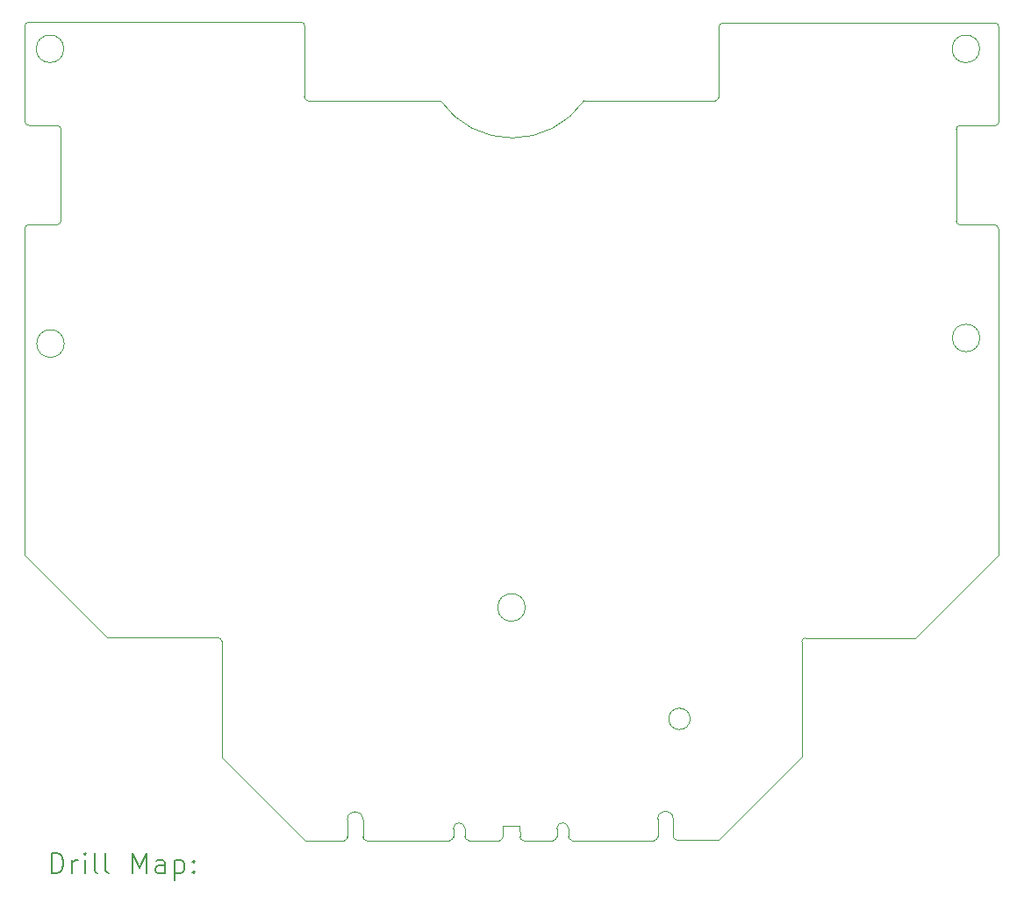
<source format=gbr>
%TF.GenerationSoftware,KiCad,Pcbnew,7.0.8*%
%TF.CreationDate,2023-12-31T22:49:12+00:00*%
%TF.ProjectId,pce-gt-controller,7063652d-6774-42d6-936f-6e74726f6c6c,BF1.1*%
%TF.SameCoordinates,Original*%
%TF.FileFunction,Drillmap*%
%TF.FilePolarity,Positive*%
%FSLAX45Y45*%
G04 Gerber Fmt 4.5, Leading zero omitted, Abs format (unit mm)*
G04 Created by KiCad (PCBNEW 7.0.8) date 2023-12-31 22:49:12*
%MOMM*%
%LPD*%
G01*
G04 APERTURE LIST*
%ADD10C,0.100000*%
%ADD11C,0.200000*%
G04 APERTURE END LIST*
D10*
X7467509Y-5087245D02*
G75*
G03*
X7431754Y-5123000I1J-35756D01*
G01*
X10507232Y-11038267D02*
G75*
G03*
X10542987Y-11002509I-2J35757D01*
G01*
X8226754Y-9075246D02*
X7431754Y-8280245D01*
X12564000Y-10920000D02*
X12564000Y-10999000D01*
X12208000Y-10999246D02*
G75*
G03*
X12243754Y-11035000I35760J6D01*
G01*
X13502232Y-11033757D02*
G75*
G03*
X13537987Y-10998000I-2J35757D01*
G01*
X16824509Y-8238000D02*
X16824509Y-8281000D01*
X14127227Y-3854000D02*
X14127227Y-3178000D01*
X11678000Y-10999000D02*
X11678000Y-10921000D01*
X13688000Y-10827000D02*
G75*
G03*
X13537987Y-10827000I-75007J0D01*
G01*
X11440781Y-3889741D02*
G75*
G03*
X12828727Y-3889741I693973J485925D01*
G01*
X16646149Y-6182000D02*
G75*
G03*
X16646149Y-6182000I-133000J0D01*
G01*
X10128999Y-3853986D02*
G75*
G03*
X10164755Y-3889741I35761J6D01*
G01*
X14123754Y-11031246D02*
X13723754Y-11031246D01*
X12259754Y-8785000D02*
G75*
G03*
X12259754Y-8785000I-133000J0D01*
G01*
X10693000Y-11000000D02*
X10693000Y-10831509D01*
X16506754Y-4130754D02*
X16453037Y-4130754D01*
X11678000Y-10921000D02*
G75*
G03*
X11566000Y-10921000I-56000J0D01*
G01*
X7778504Y-4165000D02*
G75*
G03*
X7742754Y-4129245I-35755J0D01*
G01*
X14926000Y-9115509D02*
X14926000Y-10229000D01*
X10132509Y-3168000D02*
X10129000Y-3853986D01*
X10507232Y-11038264D02*
X10134755Y-11038264D01*
X10693000Y-10831509D02*
G75*
G03*
X10542987Y-10831509I-75007J0D01*
G01*
X7467509Y-5087246D02*
X7742754Y-5087246D01*
X9294701Y-9075246D02*
X8226754Y-9075246D01*
X16830227Y-3177282D02*
X16830227Y-4044000D01*
X16417282Y-4166509D02*
X16417282Y-5053000D01*
X12007472Y-11035477D02*
G75*
G03*
X12043227Y-10999718I-2J35757D01*
G01*
X10692996Y-11000000D02*
G75*
G03*
X10728755Y-11035755I35755J0D01*
G01*
X12207754Y-10893000D02*
X12208000Y-10999246D01*
X7467754Y-3132250D02*
G75*
G03*
X7432000Y-3168000I-5J-35750D01*
G01*
X10132505Y-3168000D02*
G75*
G03*
X10096755Y-3132245I-35755J0D01*
G01*
X7431754Y-8280245D02*
X7431754Y-5123000D01*
X13688000Y-10995491D02*
X13688000Y-10827000D01*
X16025754Y-9079755D02*
X14961754Y-9079755D01*
X11440781Y-3889741D02*
X10164755Y-3889741D01*
X9330456Y-10233965D02*
X9330456Y-9111000D01*
X16453037Y-5088755D02*
X16788755Y-5088755D01*
X7432000Y-4093491D02*
X7432000Y-3168000D01*
X12675995Y-10998000D02*
G75*
G03*
X12711754Y-11033755I35755J0D01*
G01*
X14091472Y-3889757D02*
G75*
G03*
X14127227Y-3854000I-2J35757D01*
G01*
X10542987Y-10831509D02*
X10542987Y-11002509D01*
X12043227Y-10999718D02*
X12043227Y-10893000D01*
X16794472Y-3141528D02*
X16770754Y-3141528D01*
X12528245Y-11034755D02*
X12243754Y-11035000D01*
X13502232Y-11033755D02*
X12711754Y-11033755D01*
X16453037Y-4130752D02*
G75*
G03*
X16417282Y-4166509I3J-35758D01*
G01*
X7431994Y-4093491D02*
G75*
G03*
X7467754Y-4129245I35756J1D01*
G01*
X12043227Y-10893000D02*
X12207754Y-10893000D01*
X16830232Y-3177282D02*
G75*
G03*
X16794472Y-3141528I-35762J-8D01*
G01*
X13537987Y-10827000D02*
X13537987Y-10998000D01*
X12676000Y-10998000D02*
X12676000Y-10920000D01*
X9330455Y-9111000D02*
G75*
G03*
X9294701Y-9075246I-35745J10D01*
G01*
X16824509Y-5124509D02*
X16824509Y-8238000D01*
X12828727Y-3889741D02*
X14090754Y-3889741D01*
X7806754Y-3390000D02*
G75*
G03*
X7806754Y-3390000I-133000J0D01*
G01*
X7742754Y-4129245D02*
X7467754Y-4129245D01*
X11566000Y-10921000D02*
X11566000Y-11000000D01*
X16794472Y-4130754D02*
X16506754Y-4130754D01*
X16644149Y-3390000D02*
G75*
G03*
X16644149Y-3390000I-133000J0D01*
G01*
X14961754Y-9079750D02*
G75*
G03*
X14926000Y-9115509I6J-35760D01*
G01*
X16794472Y-4130757D02*
G75*
G03*
X16830227Y-4095000I-2J35757D01*
G01*
X14163037Y-3141528D02*
X16770754Y-3141528D01*
X16824509Y-8281000D02*
X16025754Y-9079755D01*
X7742754Y-5087249D02*
G75*
G03*
X7778509Y-5051491I-5J35759D01*
G01*
X12676000Y-10920000D02*
G75*
G03*
X12564000Y-10920000I-56000J0D01*
G01*
X13850755Y-9861000D02*
G75*
G03*
X13850755Y-9861000I-103238J0D01*
G01*
X11677995Y-10999000D02*
G75*
G03*
X11713754Y-11034755I35755J0D01*
G01*
X7778509Y-5051491D02*
X7778509Y-4165000D01*
X12007472Y-11035472D02*
X11713754Y-11034755D01*
X7467754Y-3132245D02*
X10096755Y-3132245D01*
X16830227Y-4095000D02*
X16830227Y-4044000D01*
X10134755Y-11038264D02*
X9330456Y-10233965D01*
X16824506Y-5124509D02*
G75*
G03*
X16788755Y-5088755I-35746J9D01*
G01*
X11530245Y-11035755D02*
X10728755Y-11035755D01*
X14926000Y-10229000D02*
X14123754Y-11031246D01*
X11530245Y-11035750D02*
G75*
G03*
X11566000Y-11000000I5J35750D01*
G01*
X13687994Y-10995491D02*
G75*
G03*
X13723754Y-11031246I35756J1D01*
G01*
X16417285Y-5053000D02*
G75*
G03*
X16453037Y-5088755I35745J-10D01*
G01*
X12528245Y-11034750D02*
G75*
G03*
X12564000Y-10999000I5J35750D01*
G01*
X7811149Y-6236000D02*
G75*
G03*
X7811149Y-6236000I-133000J0D01*
G01*
X14163037Y-3141532D02*
G75*
G03*
X14127282Y-3177282I-7J-35748D01*
G01*
D11*
X7687531Y-11354747D02*
X7687531Y-11154747D01*
X7687531Y-11154747D02*
X7735150Y-11154747D01*
X7735150Y-11154747D02*
X7763722Y-11164271D01*
X7763722Y-11164271D02*
X7782769Y-11183319D01*
X7782769Y-11183319D02*
X7792293Y-11202366D01*
X7792293Y-11202366D02*
X7801817Y-11240461D01*
X7801817Y-11240461D02*
X7801817Y-11269033D01*
X7801817Y-11269033D02*
X7792293Y-11307128D01*
X7792293Y-11307128D02*
X7782769Y-11326176D01*
X7782769Y-11326176D02*
X7763722Y-11345223D01*
X7763722Y-11345223D02*
X7735150Y-11354747D01*
X7735150Y-11354747D02*
X7687531Y-11354747D01*
X7887531Y-11354747D02*
X7887531Y-11221414D01*
X7887531Y-11259509D02*
X7897055Y-11240461D01*
X7897055Y-11240461D02*
X7906579Y-11230938D01*
X7906579Y-11230938D02*
X7925626Y-11221414D01*
X7925626Y-11221414D02*
X7944674Y-11221414D01*
X8011341Y-11354747D02*
X8011341Y-11221414D01*
X8011341Y-11154747D02*
X8001817Y-11164271D01*
X8001817Y-11164271D02*
X8011341Y-11173795D01*
X8011341Y-11173795D02*
X8020865Y-11164271D01*
X8020865Y-11164271D02*
X8011341Y-11154747D01*
X8011341Y-11154747D02*
X8011341Y-11173795D01*
X8135150Y-11354747D02*
X8116103Y-11345223D01*
X8116103Y-11345223D02*
X8106579Y-11326176D01*
X8106579Y-11326176D02*
X8106579Y-11154747D01*
X8239912Y-11354747D02*
X8220865Y-11345223D01*
X8220865Y-11345223D02*
X8211341Y-11326176D01*
X8211341Y-11326176D02*
X8211341Y-11154747D01*
X8468484Y-11354747D02*
X8468484Y-11154747D01*
X8468484Y-11154747D02*
X8535150Y-11297604D01*
X8535150Y-11297604D02*
X8601817Y-11154747D01*
X8601817Y-11154747D02*
X8601817Y-11354747D01*
X8782769Y-11354747D02*
X8782769Y-11249985D01*
X8782769Y-11249985D02*
X8773246Y-11230938D01*
X8773246Y-11230938D02*
X8754198Y-11221414D01*
X8754198Y-11221414D02*
X8716103Y-11221414D01*
X8716103Y-11221414D02*
X8697055Y-11230938D01*
X8782769Y-11345223D02*
X8763722Y-11354747D01*
X8763722Y-11354747D02*
X8716103Y-11354747D01*
X8716103Y-11354747D02*
X8697055Y-11345223D01*
X8697055Y-11345223D02*
X8687531Y-11326176D01*
X8687531Y-11326176D02*
X8687531Y-11307128D01*
X8687531Y-11307128D02*
X8697055Y-11288081D01*
X8697055Y-11288081D02*
X8716103Y-11278557D01*
X8716103Y-11278557D02*
X8763722Y-11278557D01*
X8763722Y-11278557D02*
X8782769Y-11269033D01*
X8878008Y-11221414D02*
X8878008Y-11421414D01*
X8878008Y-11230938D02*
X8897055Y-11221414D01*
X8897055Y-11221414D02*
X8935150Y-11221414D01*
X8935150Y-11221414D02*
X8954198Y-11230938D01*
X8954198Y-11230938D02*
X8963722Y-11240461D01*
X8963722Y-11240461D02*
X8973246Y-11259509D01*
X8973246Y-11259509D02*
X8973246Y-11316652D01*
X8973246Y-11316652D02*
X8963722Y-11335700D01*
X8963722Y-11335700D02*
X8954198Y-11345223D01*
X8954198Y-11345223D02*
X8935150Y-11354747D01*
X8935150Y-11354747D02*
X8897055Y-11354747D01*
X8897055Y-11354747D02*
X8878008Y-11345223D01*
X9058960Y-11335700D02*
X9068484Y-11345223D01*
X9068484Y-11345223D02*
X9058960Y-11354747D01*
X9058960Y-11354747D02*
X9049436Y-11345223D01*
X9049436Y-11345223D02*
X9058960Y-11335700D01*
X9058960Y-11335700D02*
X9058960Y-11354747D01*
X9058960Y-11230938D02*
X9068484Y-11240461D01*
X9068484Y-11240461D02*
X9058960Y-11249985D01*
X9058960Y-11249985D02*
X9049436Y-11240461D01*
X9049436Y-11240461D02*
X9058960Y-11230938D01*
X9058960Y-11230938D02*
X9058960Y-11249985D01*
M02*

</source>
